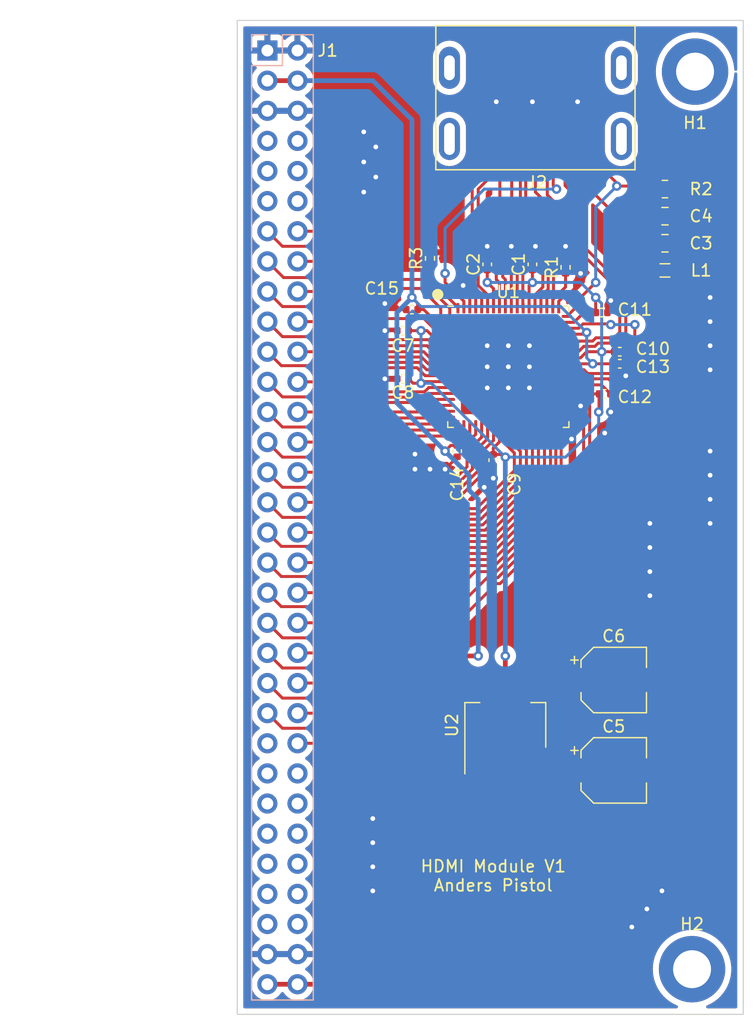
<source format=kicad_pcb>
(kicad_pcb (version 20211014) (generator pcbnew)
  (layers (0 "F.Cu" signal) (31 "B.Cu" signal) (34 "B.Paste" user) (35 "F.Paste" user) (36 "B.SilkS" user "B.Silkscreen") (37 "F.SilkS" user "F.Silkscreen") (38 "B.Mask" user) (39 "F.Mask" user) (44 "Edge.Cuts" user))
  (net 0 "")
  (net 1 "GND")
  (net 2 "R0")
  (net 8 "R1")
  (net 9 "R2")
  (net 10 "R3")
  (net 11 "R4")
  (net 12 "R5")
  (net 13 "R6")
  (net 14 "R7")
  (net 15 "G0")
  (net 16 "G1")
  (net 17 "G2")
  (net 18 "G3")
  (net 19 "G4")
  (net 20 "G5")
  (net 21 "G6")
  (net 22 "G7")
  (net 23 "B0")
  (net 24 "B1")
  (net 25 "B2")
  (net 26 "B3")
  (net 27 "B4")
  (net 28 "B5")
  (net 29 "B6")
  (net 30 "B7")
  (net 31 "HSYNC")
  (net 32 "DE")
  (net 33 "VSYNC")
  (net 34 "/TX0+")
  (net 35 "/TXC+")
  (net 36 "/TX0-")
  (net 37 "/TX1-")
  (net 38 "/TX1+")
  (net 39 "/TX2-")
  (net 40 "/TXC-")
  (net 41 "/TX2+")
  (net 42 "SCL")
  (net 43 "SDA")
  (net 44 "MCLK")
  (net 45 "SCK")
  (net 46 "WS")
  (net 47 "SD0")
  (net 48 "Net-(R1-Pad1)")
  (net 65 "3V3")
  (net 66 "1V2")
  (net 67 "/DSCL")
  (net 68 "/DSDA")
  (net 69 "/HPD")
  (net 70 "5V0")
  (net 71 "INT")
  (net 72 "IDCK")
  (net 74 "VIN")
  (net 75 "CEC_A")
  (net 76 "Net-(R3-Pad1)")
  (footprint "Capacitor_SMD:C_0402_1005Metric" (layer "F.Cu") (at 94.742 66.294 90)
    (fp_text reference "C2")
    (fp_text value "0.1uF")
  )
  (footprint "Capacitor_SMD:C_0402_1005Metric" (layer "F.Cu") (at 104.394 70.358)
    (fp_text reference "C11")
    (fp_text value "0.1uF")
  )
  (footprint "Capacitor_SMD:C_0402_1005Metric" (layer "F.Cu") (at 88.392 70.104 180)
    (fp_text reference "C15")
    (fp_text value "0.1uF")
  )
  (footprint "Resistor_SMD:R_0402_1005Metric" (layer "F.Cu") (at 89.916 65.786 90)
    (fp_text reference "R3")
    (fp_text value "4.7k")
  )
  (footprint "Capacitor_SMD:CP_Elec_5x5.3" (layer "F.Cu") (at 105.41 108.966)
    (fp_text reference "C5")
    (fp_text value "10uF")
  )
  (footprint "Capacitor_SMD:C_0402_1005Metric" (layer "F.Cu") (at 95.25 82.804 -90)
    (fp_text reference "C9")
    (fp_text value "0.1uF")
  )
  (footprint "Capacitor_SMD:C_0402_1005Metric" (layer "F.Cu") (at 87.63 71.882 180)
    (fp_text reference "C7")
    (fp_text value "0.1uF")
  )
  (footprint "Capacitor_SMD:C_0402_1005Metric" (layer "F.Cu") (at 92.202 82.042 -90)
    (fp_text reference "C14")
    (fp_text value "0.1uF")
  )
  (footprint "Capacitor_SMD:C_0402_1005Metric" (layer "F.Cu") (at 105.918 74.676)
    (fp_text reference "C13")
    (fp_text value "0.1uF")
  )
  (footprint "Capacitor_SMD:C_0805_2012Metric_Pad1.18x1.45mm_HandSolder" (layer "F.Cu") (at 109.728 64.516)
    (fp_text reference "C3")
    (fp_text value "0.1uF")
  )
  (footprint "Resistor_SMD:R_0402_1005Metric" (layer "F.Cu") (at 101.346 66.548 90)
    (fp_text reference "R1")
    (fp_text value "4.7k")
  )
  (footprint "Inductor_SMD:L_0805_2012Metric_Pad1.05x1.20mm_HandSolder" (layer "F.Cu") (at 109.728 66.802 180)
    (fp_text reference "L1")
    (fp_text value "L_Small")
  )
  (footprint "Capacitor_SMD:C_0402_1005Metric" (layer "F.Cu") (at 105.918 73.66)
    (fp_text reference "C10")
    (fp_text value "0.1uF")
  )
  (footprint "Capacitor_SMD:CP_Elec_5x5.3" (layer "F.Cu") (at 105.41 101.346)
    (fp_text reference "C6")
    (fp_text value "100uF")
  )
  (footprint "Package_TO_SOT_SMD:SOT-223-3_TabPin2" (layer "F.Cu") (at 96.266 105.156 90)
    (fp_text reference "U2")
    (fp_text value "AZ1117EH-1.2TRG1")
  )
  (footprint "Capacitor_SMD:C_0402_1005Metric" (layer "F.Cu") (at 87.63 75.946 180)
    (fp_text reference "C8")
    (fp_text value "0.1uF")
  )
  (footprint "Package_DFN_QFN:QFN-72-1EP_10x10mm_P0.5mm_EP6x6mm" (layer "F.Cu") (at 96.52 74.93)
    (fp_text reference "U1")
    (fp_text value "SII9022ACNU")
  )
  (footprint "Resistor_SMD:R_0805_2012Metric_Pad1.20x1.40mm_HandSolder" (layer "F.Cu") (at 109.728 59.944)
    (fp_text reference "R2")
    (fp_text value "10k")
  )
  (footprint "Capacitor_SMD:C_0402_1005Metric" (layer "F.Cu") (at 98.552 66.294 90)
    (fp_text reference "C1")
    (fp_text value "0.1uF")
  )
  (footprint "hdmi connector:685119134923" (layer "F.Cu") (at 98.806 56.515 180)
    (fp_text reference "J2")
    (fp_text value "685119134923")
  )
  (footprint "Capacitor_SMD:C_0805_2012Metric_Pad1.18x1.45mm_HandSolder" (layer "F.Cu") (at 109.728 62.23)
    (fp_text reference "C4")
    (fp_text value "100nF")
  )
  (footprint "MountingHole:MountingHole_3.2mm_M3_DIN965_Pad" (layer "F.Cu") (at 112.014 125.73)
    (fp_text reference "H2")
    (fp_text value "MountingHole")
  )
  (footprint "MountingHole:MountingHole_3.2mm_M3_DIN965_Pad" (layer "F.Cu") (at 112.268 50.038)
    (fp_text reference "H1")
    (fp_text value "MountingHole")
  )
  (footprint "Capacitor_SMD:C_0402_1005Metric" (layer "F.Cu") (at 104.648 77.216)
    (fp_text reference "C12")
    (fp_text value "0.1uF")
  )
  (footprint "Connector_PinSocket_2.54mm:PinSocket_2x32_P2.54mm_Vertical" (layer "B.Cu") (at 76.2 48.26 180)
    (fp_text reference "J1")
    (fp_text value "Conn_02x32_Odd_Even")
  )
  (gr_circle (center 90.57 68.834) (end 90.97 68.834) (layer "F.SilkS") (width 0.15) (fill solid))
  (gr_rect (start 73.66 45.72) (end 116.332 129.54) (layer "Edge.Cuts") (width 0.1) (fill none))
  (gr_text "HDMI Module V1\nAnders Pistol" (at 95.25 117.856) (layer "F.SilkS") (effects (font (size 1 1))))
  (segment (start 102.743 76.454) (end 104.37293 76.454) (width 0.25) (layer "F.Cu") (net 1))
  (segment (start 105.156 78.74) (end 105.156 77.244) (width 0.25) (layer "F.Cu") (net 1))
  (segment (start 102.469 76.18) (end 102.743 76.454) (width 0.25) (layer "F.Cu") (net 1))
  (segment (start 106.398 75.664) (end 106.426 75.692) (width 0.25) (layer "F.Cu") (net 1))
  (segment (start 99.77 69.138564) (end 99.77 69.9925) (width 0.25) (layer "F.Cu") (net 1))
  (segment (start 92.71 68.326) (end 92.71 68.072) (width 0.25) (layer "F.Cu") (net 1))
  (segment (start 102.306 52.634) (end 102.362 52.578) (width 0.25) (layer "F.Cu") (net 1))
  (segment (start 101.4575 76.18) (end 102.469 76.18) (width 0.25) (layer "F.Cu") (net 1))
  (segment (start 101.6 68.834) (end 101.346 68.834) (width 0.25) (layer "F.Cu") (net 1))
  (segment (start 96.306 53.38) (end 96.306 56.515) (width 0.25) (layer "F.Cu") (net 1))
  (segment (start 101.854 81.017402) (end 101.854 79.5765) (width 0.25) (layer "F.Cu") (net 1))
  (segment (start 101.4575 77.68) (end 101.4575 78.18) (width 0.25) (layer "F.Cu") (net 1))
  (segment (start 101.346 64.77) (end 101.346 66.231) (width 0.25) (layer "F.Cu") (net 1))
  (segment (start 100.77 69.41) (end 100.77 69.9925) (width 0.25) (layer "F.Cu") (net 1))
  (segment (start 102.616 67.818) (end 101.6 68.834) (width 0.25) (layer "F.Cu") (net 1))
  (segment (start 95.25 84.328) (end 95.25 83.284) (width 0.25) (layer "F.Cu") (net 1))
  (segment (start 94.806 53.276) (end 94.806 56.515) (width 0.25) (layer "F.Cu") (net 1))
  (segment (start 102.306 56.515) (end 102.306 52.634) (width 0.25) (layer "F.Cu") (net 1))
  (segment (start 95.504 52.578) (end 94.806 53.276) (width 0.25) (layer "F.Cu") (net 1))
  (segment (start 102.564 78.18) (end 102.616 78.232) (width 0.25) (layer "F.Cu") (net 1))
  (segment (start 86.106 71.882) (end 87.15 71.882) (width 0.25) (layer "F.Cu") (net 1))
  (segment (start 99.306 53.332) (end 99.306 56.515) (width 0.25) (layer "F.Cu") (net 1))
  (segment (start 106.398 74.676) (end 106.398 75.664) (width 0.25) (layer "F.Cu") (net 1))
  (segment (start 100.33 65.786) (end 100.33 68.578564) (width 0.25) (layer "F.Cu") (net 1))
  (segment (start 93.77 69.9925) (end 93.77 69.132) (width 0.25) (layer "F.Cu") (net 1))
  (segment (start 91.186 83.566) (end 92.202 82.55) (width 0.25) (layer "F.Cu") (net 1))
  (segment (start 101.854 79.5765) (end 101.4575 79.18) (width 0.25) (layer "F.Cu") (net 1))
  (segment (start 94.742 64.77) (end 94.742 65.814) (width 0.25) (layer "F.Cu") (net 1))
  (segment (start 105.156 69.342) (end 105.156 70.076) (width 0.4) (layer "F.Cu") (net 1))
  (segment (start 86.106 69.596) (end 86.36 69.85) (width 0.25) (layer "F.Cu") (net 1))
  (segment (start 101.4575 78.18) (end 102.564 78.18) (width 0.25) (layer "F.Cu") (net 1))
  (segment (start 105.156 77.244) (end 105.128 77.216) (width 0.25) (layer "F.Cu") (net 1))
  (segment (start 87.122 69.85) (end 87.376 70.104) (width 0.25) (layer "F.Cu") (net 1))
  (segment (start 95.504 52.578) (end 96.306 53.38) (width 0.25) (layer "F.Cu") (net 1))
  (segment (start 101.346 64.77) (end 100.33 65.786) (width 0.25) (layer "F.Cu") (net 1))
  (segment (start 105.156 70.076) (end 104.874 70.358) (width 0.4) (layer "F.Cu") (net 1))
  (segment (start 96.774 64.77) (end 96.77 64.774) (width 0.25) (layer "F.Cu") (net 1))
  (segment (start 86.106 75.946) (end 87.15 75.946) (width 0.25) (layer "F.Cu") (net 1))
  (segment (start 101.849701 81.021701) (end 101.854 81.017402) (width 0.25) (layer "F.Cu") (net 1))
  (segment (start 101.346 68.834) (end 100.77 69.41) (width 0.25) (layer "F.Cu") (net 1))
  (segment (start 100.33 68.578564) (end 99.77 69.138564) (width 0.25) (layer "F.Cu") (net 1))
  (segment (start 92.202 82.55) (end 92.202 82.522) (width 0.25) (layer "F.Cu") (net 1))
  (segment (start 105.128 77.20907) (end 105.128 77.216) (width 0.25) (layer "F.Cu") (net 1))
  (segment (start 96.77 64.774) (end 96.77 69.9925) (width 0.25) (layer "F.Cu") (net 1))
  (segment (start 104.37293 76.454) (end 105.128 77.20907) (width 0.25) (layer "F.Cu") (net 1))
  (segment (start 98.552 52.578) (end 99.306 53.332) (width 0.25) (layer "F.Cu") (net 1))
  (segment (start 93.27 69.9925) (end 93.27 68.886) (width 0.25) (layer "F.Cu") (net 1))
  (segment (start 86.36 69.85) (end 87.122 69.85) (width 0.25) (layer "F.Cu") (net 1))
  (segment (start 98.806 64.769999) (end 98.552 65.023999) (width 0.25) (layer "F.Cu") (net 1))
  (segment (start 97.806 53.324) (end 97.806 56.515) (width 0.25) (layer "F.Cu") (net 1))
  (segment (start 93.27 68.886) (end 92.71 68.326) (width 0.25) (layer "F.Cu") (net 1))
  (segment (start 102.616 67.056) (end 102.616 67.818) (width 0.25) (layer "F.Cu") (net 1))
  (segment (start 98.552 65.023999) (end 98.552 65.814) (width 0.25) (layer "F.Cu") (net 1))
  (segment (start 98.552 52.578) (end 97.806 53.324) (width 0.25) (layer "F.Cu") (net 1))
  (segment (start 87.376 70.104) (end 87.912 70.104) (width 0.25) (layer "F.Cu") (net 1))
  (segment (start 93.77 69.132) (end 92.71 68.072) (width 0.25) (layer "F.Cu") (net 1))
  (via (at 85.09 115.062) (size 0.8) (drill 0.4) (layers "F.Cu" "B.Cu") (net 1))
  (via (at 101.346 64.77) (size 0.8) (drill 0.4) (layers "F.Cu" "B.Cu") (net 1))
  (via (at 98.552 52.578) (size 0.8) (drill 0.4) (layers "F.Cu" "B.Cu") (net 1))
  (via (at 113.538 73.152) (size 0.8) (drill 0.4) (layers "F.Cu" "B.Cu") (net 1))
  (via (at 89.916 83.566) (size 0.8) (drill 0.4) (layers "F.Cu" "B.Cu") (net 1))
  (via (at 94.742 76.708) (size 0.8) (drill 0.4) (layers "F.Cu" "B.Cu") (net 1))
  (via (at 113.538 88.138) (size 0.8) (drill 0.4) (layers "F.Cu" "B.Cu") (net 1))
  (via (at 94.488 85.09) (size 0.8) (drill 0.4) (layers "F.Cu" "B.Cu") (net 1))
  (via (at 108.204 120.65) (size 0.8) (drill 0.4) (layers "F.Cu" "B.Cu") (net 1))
  (via (at 98.298 73.152) (size 0.8) (drill 0.4) (layers "F.Cu" "B.Cu") (net 1))
  (via (at 105.156 78.74) (size 0.8) (drill 0.4) (layers "F.Cu" "B.Cu") (net 1))
  (via (at 94.742 73.152) (size 0.8) (drill 0.4) (layers "F.Cu" "B.Cu") (net 1))
  (via (at 84.328 60.198) (size 0.8) (drill 0.4) (layers "F.Cu" "B.Cu") (net 1))
  (via (at 106.426 75.692) (size 0.8) (drill 0.4) (layers "F.Cu" "B.Cu") (net 1))
  (via (at 102.616 78.232) (size 0.8) (drill 0.4) (layers "F.Cu" "B.Cu") (net 1))
  (via (at 106.934 122.174) (size 0.8) (drill 0.4) (layers "F.Cu" "B.Cu") (net 1))
  (via (at 85.344 58.928) (size 0.8) (drill 0.4) (layers "F.Cu" "B.Cu") (net 1))
  (via (at 98.806 64.769999) (size 0.8) (drill 0.4) (layers "F.Cu" "B.Cu") (net 1))
  (via (at 95.504 52.578) (size 0.8) (drill 0.4) (layers "F.Cu" "B.Cu") (net 1))
  (via (at 113.538 69.088) (size 0.8) (drill 0.4) (layers "F.Cu" "B.Cu") (net 1))
  (via (at 102.362 52.578) (size 0.8) (drill 0.4) (layers "F.Cu" "B.Cu") (net 1))
  (via (at 102.616 67.056) (size 0.8) (drill 0.4) (layers "F.Cu" "B.Cu") (net 1))
  (via (at 94.742 74.93) (size 0.8) (drill 0.4) (layers "F.Cu" "B.Cu") (net 1))
  (via (at 85.09 119.126) (size 0.8) (drill 0.4) (layers "F.Cu" "B.Cu") (net 1))
  (via (at 113.538 84.074) (size 0.8) (drill 0.4) (layers "F.Cu" "B.Cu") (net 1))
  (via (at 113.538 86.106) (size 0.8) (drill 0.4) (layers "F.Cu" "B.Cu") (net 1))
  (via (at 85.09 117.094) (size 0.8) (drill 0.4) (layers "F.Cu" "B.Cu") (net 1))
  (via (at 108.458 94.234) (size 0.8) (drill 0.4) (layers "F.Cu" "B.Cu") (net 1))
  (via (at 88.646 82.296) (size 0.8) (drill 0.4) (layers "F.Cu" "B.Cu") (net 1))
  (via (at 86.106 75.946) (size 0.8) (drill 0.4) (layers "F.Cu" "B.Cu") (net 1))
  (via (at 101.849701 81.021701) (size 0.8) (drill 0.4) (layers "F.Cu" "B.Cu") (net 1))
  (via (at 96.52 76.708) (size 0.8) (drill 0.4) (layers "F.Cu" "B.Cu") (net 1))
  (via (at 85.344 56.388) (size 0.8) (drill 0.4) (layers "F.Cu" "B.Cu") (net 1))
  (via (at 104.648 80.518) (size 0.8) (drill 0.4) (layers "F.Cu" "B.Cu") (net 1))
  (via (at 94.742 64.77) (size 0.8) (drill 0.4) (layers "F.Cu" "B.Cu") (net 1))
  (via (at 86.106 71.882) (size 0.8) (drill 0.4) (layers "F.Cu" "B.Cu") (net 1))
  (via (at 113.538 75.184) (size 0.8) (drill 0.4) (layers "F.Cu" "B.Cu") (net 1))
  (via (at 109.474 119.126) (size 0.8) (drill 0.4) (layers "F.Cu" "B.Cu") (net 1))
  (via (at 113.538 71.12) (size 0.8) (drill 0.4) (layers "F.Cu" "B.Cu") (net 1))
  (via (at 98.298 74.93) (size 0.8) (drill 0.4) (layers "F.Cu" "B.Cu") (net 1))
  (via (at 108.458 90.17) (size 0.8) (drill 0.4) (layers "F.Cu" "B.Cu") (net 1))
  (via (at 96.774 64.77) (size 0.8) (drill 0.4) (layers "F.Cu" "B.Cu") (net 1))
  (via (at 92.71 68.072) (size 0.8) (drill 0.4) (layers "F.Cu" "B.Cu") (net 1))
  (via (at 84.328 55.118) (size 0.8) (drill 0.4) (layers "F.Cu" "B.Cu") (net 1))
  (via (at 95.25 84.328) (size 0.8) (drill 0.4) (layers "F.Cu" "B.Cu") (net 1))
  (via (at 84.328 57.658) (size 0.8) (drill 0.4) (layers "F.Cu" "B.Cu") (net 1))
  (via (at 105.156 69.342) (size 0.8) (drill 0.4) (layers "F.Cu" "B.Cu") (net 1))
  (via (at 108.458 92.202) (size 0.8) (drill 0.4) (layers "F.Cu" "B.Cu") (net 1))
  (via (at 113.538 82.042) (size 0.8) (drill 0.4) (layers "F.Cu" "B.Cu") (net 1))
  (via (at 88.646 83.566) (size 0.8) (drill 0.4) (layers "F.Cu" "B.Cu") (net 1))
  (via (at 85.09 113.03) (size 0.8) (drill 0.4) (layers "F.Cu" "B.Cu") (net 1))
  (via (at 96.52 74.93) (size 0.8) (drill 0.4) (layers "F.Cu" "B.Cu") (net 1))
  (via (at 96.52 73.152) (size 0.8) (drill 0.4) (layers "F.Cu" "B.Cu") (net 1))
  (via (at 108.458 88.138) (size 0.8) (drill 0.4) (layers "F.Cu" "B.Cu") (net 1))
  (via (at 91.186 83.566) (size 0.8) (drill 0.4) (layers "F.Cu" "B.Cu") (net 1))
  (via (at 86.106 69.596) (size 0.8) (drill 0.4) (layers "F.Cu" "B.Cu") (net 1))
  (via (at 98.298 76.708) (size 0.8) (drill 0.4) (layers "F.Cu" "B.Cu") (net 1))
  (segment (start 99.568 84.329435) (end 94.733395 89.16404) (width 0.25) (layer "F.Cu") (net 2))
  (segment (start 88.63596 89.16404) (end 81.28 96.52) (width 0.25) (layer "F.Cu") (net 2))
  (segment (start 98.77 79.8675) (end 98.77 80.759482) (width 0.25) (layer "F.Cu") (net 2))
  (segment (start 94.733395 89.16404) (end 88.63596 89.16404) (width 0.25) (layer "F.Cu") (net 2))
  (segment (start 99.568 81.557482) (end 99.568 84.329435) (width 0.25) (layer "F.Cu") (net 2))
  (segment (start 98.77 80.759482) (end 99.568 81.557482) (width 0.25) (layer "F.Cu") (net 2))
  (segment (start 81.28 96.52) (end 78.74 96.52) (width 0.25) (layer "F.Cu") (net 2))
  (segment (start 99.06 84.201717) (end 94.547197 88.71452) (width 0.25) (layer "F.Cu") (net 8))
  (segment (start 98.27 80.8952) (end 99.06 81.6852) (width 0.25) (layer "F.Cu") (net 8))
  (segment (start 87.81548 88.71452) (end 81.375489 95.154511) (width 0.25) (layer "F.Cu") (net 8))
  (segment (start 99.06 81.6852) (end 99.06 84.201717) (width 0.25) (layer "F.Cu") (net 8))
  (segment (start 81.375489 95.154511) (end 77.374511 95.154511) (width 0.25) (layer "F.Cu") (net 8))
  (segment (start 77.374511 95.154511) (end 76.2 93.98) (width 0.25) (layer "F.Cu") (net 8))
  (segment (start 98.27 79.8675) (end 98.27 80.8952) (width 0.25) (layer "F.Cu") (net 8))
  (segment (start 94.547197 88.71452) (end 87.81548 88.71452) (width 0.25) (layer "F.Cu") (net 8))
  (segment (start 86.995 88.265) (end 81.28 93.98) (width 0.25) (layer "F.Cu") (net 9))
  (segment (start 81.28 93.98) (end 78.74 93.98) (width 0.25) (layer "F.Cu") (net 9))
  (segment (start 97.77 79.8675) (end 97.77 81.030918) (width 0.25) (layer "F.Cu") (net 9))
  (segment (start 94.361 88.265) (end 86.995 88.265) (width 0.25) (layer "F.Cu") (net 9))
  (segment (start 98.552 84.074) (end 94.361 88.265) (width 0.25) (layer "F.Cu") (net 9))
  (segment (start 97.77 81.030918) (end 98.552 81.812918) (width 0.25) (layer "F.Cu") (net 9))
  (segment (start 98.552 81.812918) (end 98.552 84.074) (width 0.25) (layer "F.Cu") (net 9))
  (segment (start 77.374511 92.614511) (end 76.2 91.44) (width 0.25) (layer "F.Cu") (net 10))
  (segment (start 81.375489 92.614511) (end 77.374511 92.614511) (width 0.25) (layer "F.Cu") (net 10))
  (segment (start 98.044 83.944128) (end 94.201008 87.78712) (width 0.25) (layer "F.Cu") (net 10))
  (segment (start 97.27 79.8675) (end 97.27 81.166636) (width 0.25) (layer "F.Cu") (net 10))
  (segment (start 97.27 81.166636) (end 98.044 81.940636) (width 0.25) (layer "F.Cu") (net 10))
  (segment (start 98.044 81.940636) (end 98.044 83.944128) (width 0.25) (layer "F.Cu") (net 10))
  (segment (start 86.20288 87.78712) (end 81.375489 92.614511) (width 0.25) (layer "F.Cu") (net 10))
  (segment (start 94.201008 87.78712) (end 86.20288 87.78712) (width 0.25) (layer "F.Cu") (net 10))
  (segment (start 78.74 91.44) (end 81.28 91.44) (width 0.25) (layer "F.Cu") (net 11))
  (segment (start 97.536 82.068354) (end 96.77 81.302354) (width 0.25) (layer "F.Cu") (net 11))
  (segment (start 85.3824 87.3376) (end 94.01481 87.3376) (width 0.25) (layer "F.Cu") (net 11))
  (segment (start 81.28 91.44) (end 85.3824 87.3376) (width 0.25) (layer "F.Cu") (net 11))
  (segment (start 94.01481 87.3376) (end 97.536 83.81641) (width 0.25) (layer "F.Cu") (net 11))
  (segment (start 97.536 83.81641) (end 97.536 82.068354) (width 0.25) (layer "F.Cu") (net 11))
  (segment (start 96.77 81.302354) (end 96.77 79.8675) (width 0.25) (layer "F.Cu") (net 11))
  (segment (start 77.374511 90.074511) (end 76.2 88.9) (width 0.25) (layer "F.Cu") (net 12))
  (segment (start 93.828612 86.88808) (end 84.56192 86.88808) (width 0.25) (layer "F.Cu") (net 12))
  (segment (start 96.27 81.438072) (end 97.028 82.196072) (width 0.25) (layer "F.Cu") (net 12))
  (segment (start 84.56192 86.88808) (end 81.375489 90.074511) (width 0.25) (layer "F.Cu") (net 12))
  (segment (start 81.375489 90.074511) (end 77.374511 90.074511) (width 0.25) (layer "F.Cu") (net 12))
  (segment (start 96.27 79.8675) (end 96.27 81.438072) (width 0.25) (layer "F.Cu") (net 12))
  (segment (start 97.028 82.196072) (end 97.028 83.688692) (width 0.25) (layer "F.Cu") (net 12))
  (segment (start 97.028 83.688692) (end 93.828612 86.88808) (width 0.25) (layer "F.Cu") (net 12))
  (segment (start 94.488 83.821435) (end 91.870875 86.43856) (width 0.25) (layer "F.Cu") (net 13))
  (segment (start 91.870875 86.43856) (end 83.74144 86.43856) (width 0.25) (layer "F.Cu") (net 13))
  (segment (start 95.27 81.132282) (end 94.488 81.914282) (width 0.25) (layer "F.Cu") (net 13))
  (segment (start 81.28 88.9) (end 78.74 88.9) (width 0.25) (layer "F.Cu") (net 13))
  (segment (start 95.27 79.8675) (end 95.27 81.132282) (width 0.25) (layer "F.Cu") (net 13))
  (segment (start 94.488 81.914282) (end 94.488 83.821435) (width 0.25) (layer "F.Cu") (net 13))
  (segment (start 83.74144 86.43856) (end 81.28 88.9) (width 0.25) (layer "F.Cu") (net 13))
  (segment (start 81.28 87.63) (end 77.47 87.63) (width 0.25) (layer "F.Cu") (net 14))
  (segment (start 94.77 79.8675) (end 94.77 80.996564) (width 0.25) (layer "F.Cu") (net 14))
  (segment (start 94.77 80.996564) (end 93.98 81.786564) (width 0.25) (layer "F.Cu") (net 14))
  (segment (start 82.92096 85.98904) (end 81.28 87.63) (width 0.25) (layer "F.Cu") (net 14))
  (segment (start 93.98 81.786564) (end 93.98 83.693718) (width 0.25) (layer "F.Cu") (net 14))
  (segment (start 93.98 83.693718) (end 91.684678 85.98904) (width 0.25) (layer "F.Cu") (net 14))
  (segment (start 77.47 87.63) (end 76.2 86.36) (width 0.25) (layer "F.Cu") (net 14))
  (segment (start 91.684678 85.98904) (end 82.92096 85.98904) (width 0.25) (layer "F.Cu") (net 14))
  (segment (start 93.488402 83.549598) (end 91.49848 85.53952) (width 0.25) (layer "F.Cu") (net 15))
  (segment (start 94.27 79.8675) (end 94.27 80.860846) (width 0.25) (layer "F.Cu") (net 15))
  (segment (start 93.488402 81.642444) (end 93.488402 83.549598) (width 0.25) (layer "F.Cu") (net 15))
  (segment (start 81.84648 85.53952) (end 81.026 86.36) (width 0.25) (layer "F.Cu") (net 15))
  (segment (start 91.49848 85.53952) (end 81.84648 85.53952) (width 0.25) (layer "F.Cu") (net 15))
  (segment (start 81.026 86.36) (end 78.74 86.36) (width 0.25) (layer "F.Cu") (net 15))
  (segment (start 94.27 80.860846) (end 93.488402 81.642444) (width 0.25) (layer "F.Cu") (net 15))
  (segment (start 92.77 79.8675) (end 92.77 80.352328) (width 0.25) (layer "F.Cu") (net 16))
  (segment (start 92.77 80.352328) (end 92.350328 80.772) (width 0.25) (layer "F.Cu") (net 16))
  (segment (start 92.350328 80.772) (end 84.011577 80.772) (width 0.25) (layer "F.Cu") (net 16))
  (segment (start 84.011577 80.772) (end 80.963577 83.82) (width 0.25) (layer "F.Cu") (net 16))
  (segment (start 80.963577 83.82) (end 78.74 83.82) (width 0.25) (layer "F.Cu") (net 16))
  (segment (start 92.27 79.8675) (end 91.8735 80.264) (width 0.25) (layer "F.Cu") (net 17))
  (segment (start 91.8735 80.264) (end 83.312 80.264) (width 0.25) (layer "F.Cu") (net 17))
  (segment (start 83.312 80.264) (end 81.026 82.55) (width 0.25) (layer "F.Cu") (net 17))
  (segment (start 77.47 82.55) (end 76.2 81.28) (width 0.25) (layer "F.Cu") (net 17))
  (segment (start 81.026 82.55) (end 77.47 82.55) (width 0.25) (layer "F.Cu") (net 17))
  (segment (start 81.026 81.28) (end 78.74 81.28) (width 0.25) (layer "F.Cu") (net 18))
  (segment (start 90.746 79.18) (end 90.17 79.756) (width 0.25) (layer "F.Cu") (net 18))
  (segment (start 90.17 79.756) (end 82.55 79.756) (width 0.25) (layer "F.Cu") (net 18))
  (segment (start 91.5825 79.18) (end 90.746 79.18) (width 0.25) (layer "F.Cu") (net 18))
  (segment (start 82.55 79.756) (end 81.026 81.28) (width 0.25) (layer "F.Cu") (net 18))
  (segment (start 91.5825 78.68) (end 90.610282 78.68) (width 0.25) (layer "F.Cu") (net 19))
  (segment (start 90.610282 78.68) (end 90.042282 79.248) (width 0.25) (layer "F.Cu") (net 19))
  (segment (start 90.042282 79.248) (end 81.788 79.248) (width 0.25) (layer "F.Cu") (net 19))
  (segment (start 81.026 80.01) (end 77.47 80.01) (width 0.25) (layer "F.Cu") (net 19))
  (segment (start 77.47 80.01) (end 76.2 78.74) (width 0.25) (layer "F.Cu") (net 19))
  (segment (start 81.788 79.248) (end 81.026 80.01) (width 0.25) (layer "F.Cu") (net 19))
  (segment (start 89.914564 78.74) (end 78.74 78.74) (width 0.25) (layer "F.Cu") (net 20))
  (segment (start 90.474564 78.18) (end 89.914564 78.74) (width 0.25) (layer "F.Cu") (net 20))
  (segment (start 91.5825 78.18) (end 90.474564 78.18) (width 0.25) (layer "F.Cu") (net 20))
  (segment (start 91.5825 77.68) (end 90.214 77.68) (width 0.25) (layer "F.Cu") (net 21))
  (segment (start 82.767098 77.941098) (end 82.296 77.47) (width 0.25) (layer "F.Cu") (net 21))
  (segment (start 89.952902 77.941098) (end 82.767098 77.941098) (width 0.25) (layer "F.Cu") (net 21))
  (segment (start 90.214 77.68) (end 89.952902 77.941098) (width 0.25) (layer "F.Cu") (net 21))
  (segment (start 77.47 77.47) (end 76.2 76.2) (width 0.25) (layer "F.Cu") (net 21))
  (segment (start 82.296 77.47) (end 77.47 77.47) (width 0.25) (layer "F.Cu") (net 21))
  (segment (start 89.952016 77.18) (end 91.5825 77.18) (width 0.25) (layer "F.Cu") (net 22))
  (segment (start 89.640438 77.491578) (end 89.952016 77.18) (width 0.25) (layer "F.Cu") (net 22))
  (segment (start 83.841578 77.491578) (end 89.640438 77.491578) (width 0.25) (layer "F.Cu") (net 22))
  (segment (start 82.55 76.2) (end 83.841578 77.491578) (width 0.25) (layer "F.Cu") (net 22))
  (segment (start 78.74 76.2) (end 82.55 76.2) (width 0.25) (layer "F.Cu") (net 22))
  (segment (start 89.816298 76.68) (end 91.5825 76.68) (width 0.25) (layer "F.Cu") (net 23))
  (segment (start 77.374511 74.834511) (end 80.930511 74.834511) (width 0.25) (layer "F.Cu") (net 23))
  (segment (start 89.45424 77.042058) (end 89.816298 76.68) (width 0.25) (layer "F.Cu") (net 23))
  (segment (start 84.911751 77.042058) (end 89.45424 77.042058) (width 0.25) (layer "F.Cu") (net 23))
  (segment (start 80.930511 74.834511) (end 81.55408 75.45808) (width 0.25) (layer "F.Cu") (net 23))
  (segment (start 81.55408 75.45808) (end 83.327773 75.45808) (width 0.25) (layer "F.Cu") (net 23))
  (segment (start 76.2 73.66) (end 77.374511 74.834511) (width 0.25) (layer "F.Cu") (net 23))
  (segment (start 83.327773 75.45808) (end 84.911751 77.042058) (width 0.25) (layer "F.Cu") (net 23))
  (segment (start 89.498281 75.68) (end 88.826841 75.00856) (width 0.25) (layer "F.Cu") (net 24))
  (segment (start 88.826841 75.00856) (end 82.37456 75.00856) (width 0.25) (layer "F.Cu") (net 24))
  (segment (start 82.37456 75.00856) (end 81.026 73.66) (width 0.25) (layer "F.Cu") (net 24))
  (segment (start 81.026 73.66) (end 78.74 73.66) (width 0.25) (layer "F.Cu") (net 24))
  (segment (start 91.5825 75.68) (end 89.498281 75.68) (width 0.25) (layer "F.Cu") (net 24))
  (segment (start 89.013039 74.55904) (end 83.131899 74.55904) (width 0.25) (layer "F.Cu") (net 25))
  (segment (start 91.5825 75.18) (end 89.633999 75.18) (width 0.25) (layer "F.Cu") (net 25))
  (segment (start 83.131899 74.55904) (end 80.962859 72.39) (width 0.25) (layer "F.Cu") (net 25))
  (segment (start 77.47 72.39) (end 76.2 71.12) (width 0.25) (layer "F.Cu") (net 25))
  (segment (start 89.633999 75.18) (end 89.013039 74.55904) (width 0.25) (layer "F.Cu") (net 25))
  (segment (start 80.962859 72.39) (end 77.47 72.39) (width 0.25) (layer "F.Cu") (net 25))
  (segment (start 84.016956 74.10952) (end 81.027436 71.12) (width 0.25) (layer "F.Cu") (net 26))
  (segment (start 81.027436 71.12) (end 78.74 71.12) (width 0.25) (layer "F.Cu") (net 26))
  (segment (start 89.769717 74.68) (end 89.199237 74.10952) (width 0.25) (layer "F.Cu") (net 26))
  (segment (start 89.199237 74.10952) (end 84.016956 74.10952) (width 0.25) (layer "F.Cu") (net 26))
  (segment (start 91.5825 74.68) (end 89.769717 74.68) (width 0.25) (layer "F.Cu") (net 26))
  (segment (start 89.385435 73.66) (end 84.582 73.66) (width 0.25) (layer "F.Cu") (net 27))
  (segment (start 91.5825 74.18) (end 89.905435 74.18) (width 0.25) (layer "F.Cu") (net 27))
  (segment (start 77.47 69.85) (end 76.2 68.58) (width 0.25) (layer "F.Cu") (net 27))
  (segment (start 80.772 69.85) (end 77.47 69.85) (width 0.25) (layer "F.Cu") (net 27))
  (segment (start 84.582 73.66) (end 80.772 69.85) (width 0.25) (layer "F.Cu") (net 27))
  (segment (start 89.905435 74.18) (end 89.385435 73.66) (width 0.25) (layer "F.Cu") (net 27))
  (segment (start 91.5825 73.68) (end 90.188564 73.68) (width 0.25) (layer "F.Cu") (net 28))
  (segment (start 84.963 73.152) (end 80.391 68.58) (width 0.25) (layer "F.Cu") (net 28))
  (segment (start 89.660564 73.152) (end 84.963 73.152) (width 0.25) (layer "F.Cu") (net 28))
  (segment (start 80.391 68.58) (end 78.74 68.58) (width 0.25) (layer "F.Cu") (net 28))
  (segment (start 90.188564 73.68) (end 89.660564 73.152) (width 0.25) (layer "F.Cu") (net 28))
  (segment (start 76.2 66.04) (end 77.565489 67.405489) (width 0.25) (layer "F.Cu") (net 29))
  (segment (start 89.788282 72.644) (end 90.324282 73.18) (width 0.25) (layer "F.Cu") (net 29))
  (segment (start 90.324282 73.18) (end 91.5825 73.18) (width 0.25) (layer "F.Cu") (net 29))
  (segment (start 85.598359 72.644) (end 89.788282 72.644) (width 0.25) (layer "F.Cu") (net 29))
  (segment (start 80.359848 67.405489) (end 85.598359 72.644) (width 0.25) (layer "F.Cu") (net 29))
  (segment (start 77.565489 67.405489) (end 80.359848 67.405489) (width 0.25) (layer "F.Cu") (net 29))
  (segment (start 89.408 70.866) (end 85.09 70.866) (width 0.25) (layer "F.Cu") (net 30))
  (segment (start 90.722 72.18) (end 89.408 70.866) (width 0.25) (layer "F.Cu") (net 30))
  (segment (start 91.5825 72.18) (end 90.722 72.18) (width 0.25) (layer "F.Cu") (net 30))
  (segment (start 80.264 66.04) (end 78.74 66.04) (width 0.25) (layer "F.Cu") (net 30))
  (segment (start 85.09 70.866) (end 80.264 66.04) (width 0.25) (layer "F.Cu") (net 30))
  (segment (start 81.534 99.06) (end 78.74 99.06) (width 0.25) (layer "F.Cu") (net 31))
  (segment (start 100.52552 81.243567) (end 100.52552 84.643351) (width 0.25) (layer "F.Cu") (net 31))
  (segment (start 99.77 80.488046) (end 100.52552 81.243567) (width 0.25) (layer "F.Cu") (net 31))
  (segment (start 90.424 90.17) (end 81.534 99.06) (width 0.25) (layer "F.Cu") (net 31))
  (segment (start 94.998871 90.17) (end 90.424 90.17) (width 0.25) (layer "F.Cu") (net 31))
  (segment (start 100.52552 84.643351) (end 94.998871 90.17) (width 0.25) (layer "F.Cu") (net 31))
  (segment (start 99.77 79.8675) (end 99.77 80.488046) (width 0.25) (layer "F.Cu") (net 31))
  (segment (start 89.535 89.662) (end 81.407 97.79) (width 0.25) (layer "F.Cu") (net 32))
  (segment (start 81.407 97.79) (end 77.47 97.79) (width 0.25) (layer "F.Cu") (net 32))
  (segment (start 99.27 79.8675) (end 99.27 80.623764) (width 0.25) (layer "F.Cu") (net 32))
  (segment (start 99.27 80.623764) (end 100.076 81.429764) (width 0.25) (layer "F.Cu") (net 32))
  (segment (start 100.076 81.429764) (end 100.076 84.457153) (width 0.25) (layer "F.Cu") (net 32))
  (segment (start 94.871153 89.662) (end 89.535 89.662) (width 0.25) (layer "F.Cu") (net 32))
  (segment (start 100.076 84.457153) (end 94.871153 89.662) (width 0.25) (layer "F.Cu") (net 32))
  (segment (start 77.47 97.79) (end 76.2 96.52) (width 0.25) (layer "F.Cu") (net 32))
  (segment (start 100.27 79.8675) (end 100.27 80.352328) (width 0.25) (layer "F.Cu") (net 33))
  (segment (start 81.534 100.33) (end 77.47 100.33) (width 0.25) (layer "F.Cu") (net 33))
  (segment (start 100.97504 81.05737) (end 100.97504 84.829549) (width 0.25) (layer "F.Cu") (net 33))
  (segment (start 91.186 90.678) (end 81.534 100.33) (width 0.25) (layer "F.Cu") (net 33))
  (segment (start 100.97504 84.829549) (end 95.126589 90.678) (width 0.25) (layer "F.Cu") (net 33))
  (segment (start 95.126589 90.678) (end 91.186 90.678) (width 0.25) (layer "F.Cu") (net 33))
  (segment (start 100.27 80.352328) (end 100.97504 81.05737) (width 0.25) (layer "F.Cu") (net 33))
  (segment (start 77.47 100.33) (end 76.2 99.06) (width 0.25) (layer "F.Cu") (net 33))
  (segment (start 97.27 69.9925) (end 97.27 65.298614) (width 0.25) (layer "F.Cu") (net 34))
  (segment (start 97.306 58.952) (end 97.306 56.515) (width 0.25) (layer "F.Cu") (net 34))
  (segment (start 97.536 59.182) (end 97.306 58.952) (width 0.25) (layer "F.Cu") (net 34))
  (segment (start 97.27 65.298614) (end 97.536 65.032614) (width 0.25) (layer "F.Cu") (net 34))
  (segment (start 97.536 65.032614) (end 97.536 59.182) (width 0.25) (layer "F.Cu") (net 34))
  (segment (start 99.822 61.214) (end 99.822 65.022565) (width 0.25) (layer "F.Cu") (net 35))
  (segment (start 98.77 68.867129) (end 98.77 69.9925) (width 0.25) (layer "F.Cu") (net 35))
  (segment (start 98.806 60.198) (end 99.822 61.214) (width 0.25) (layer "F.Cu") (net 35))
  (segment (start 99.822 65.022565) (end 99.430961 65.413604) (width 0.25) (layer "F.Cu") (net 35))
  (segment (start 99.43096 68.206169) (end 98.77 68.867129) (width 0.25) (layer "F.Cu") (net 35))
  (segment (start 99.430961 65.413604) (end 99.43096 68.206169) (width 0.25) (layer "F.Cu") (net 35))
  (segment (start 98.806 56.515) (end 98.806 60.198) (width 0.25) (layer "F.Cu") (net 35))
  (segment (start 97.77 69.9925) (end 97.745001 69.967501) (width 0.25) (layer "F.Cu") (net 36))
  (segment (start 97.98552 58.995803) (end 98.306 58.675323) (width 0.25) (layer "F.Cu") (net 36))
  (segment (start 98.306 58.675323) (end 98.306 56.515) (width 0.25) (layer "F.Cu") (net 36))
  (segment (start 97.745001 69.967501) (end 97.745001 65.459331) (width 0.25) (layer "F.Cu") (net 36))
  (segment (start 97.745001 65.459331) (end 97.98552 65.218812) (width 0.25) (layer "F.Cu") (net 36))
  (segment (start 97.98552 65.218812) (end 97.98552 58.995803) (width 0.25) (layer "F.Cu") (net 36))
  (segment (start 96.806 60.928) (end 96.806 56.515) (width 0.25) (layer "F.Cu") (net 37))
  (segment (start 96.049489 67.351796) (end 96.049489 61.684511) (width 0.25) (layer "F.Cu") (net 37))
  (segment (start 96.049489 61.684511) (end 96.806 60.928) (width 0.25) (layer "F.Cu") (net 37))
  (segment (start 96.27 69.9925) (end 96.27 67.572307) (width 0.25) (layer "F.Cu") (net 37))
  (segment (start 96.27 67.572307) (end 96.049489 67.351796) (width 0.25) (layer "F.Cu") (net 37))
  (segment (start 95.77 67.83) (end 95.504 67.564) (width 0.25) (layer "F.Cu") (net 38))
  (segment (start 95.77 69.9925) (end 95.77 67.83) (width 0.25) (layer "F.Cu") (net 38))
  (segment (start 95.504 60.96) (end 95.806 60.658) (width 0.25) (layer "F.Cu") (net 38))
  (segment (start 95.504 67.564) (end 95.504 60.96) (width 0.25) (layer "F.Cu") (net 38))
  (segment (start 95.806 60.658) (end 95.806 56.515) (width 0.25) (layer "F.Cu") (net 38))
  (segment (start 94.77 68.860564) (end 93.98 68.070564) (width 0.25) (layer "F.Cu") (net 39))
  (segment (start 95.306 58.621001) (end 95.306 56.515) (width 0.25) (layer "F.Cu") (net 39))
  (segment (start 93.98 59.947001) (end 95.306 58.621001) (width 0.25) (layer "F.Cu") (net 39))
  (segment (start 94.77 69.9925) (end 94.77 68.860564) (width 0.25) (layer "F.Cu") (net 39))
  (segment (start 93.98 68.070564) (end 93.98 59.947001) (width 0.25) (layer "F.Cu") (net 39))
  (segment (start 99.88048 68.392367) (end 99.27 69.002847) (width 0.25) (layer "F.Cu") (net 40))
  (segment (start 99.806 56.515) (end 99.806 60.436) (width 0.25) (layer "F.Cu") (net 40))
  (segment (start 99.806 60.436) (end 100.27152 60.90152) (width 0.25) (layer "F.Cu") (net 40))
  (segment (start 100.27152 60.90152) (end 100.27152 65.208763) (width 0.25) (layer "F.Cu") (net 40))
  (segment (start 100.27152 65.208763) (end 99.88048 65.599803) (width 0.25) (layer "F.Cu") (net 40))
  (segment (start 99.88048 65.599803) (end 99.88048 68.392367) (width 0.25) (layer "F.Cu") (net 40))
  (segment (start 99.27 69.002847) (end 99.27 69.9925) (width 0.25) (layer "F.Cu") (net 40))
  (segment (start 94.306 56.515) (end 94.306 58.756301) (width 0.25) (layer "F.Cu") (net 41))
  (segment (start 93.472 59.590301) (end 94.294999 58.767302) (width 0.25) (layer "F.Cu") (net 41))
  (segment (start 94.306 58.756301) (end 94.294999 58.767302) (width 0.2) (layer "F.Cu") (net 41))
  (segment (start 94.27 68.996282) (end 93.472 68.198282) (width 0.25) (layer "F.Cu") (net 41))
  (segment (start 93.472 68.198282) (end 93.472 59.590301) (width 0.25) (layer "F.Cu") (net 41))
  (segment (start 94.27 69.9925) (end 94.27 68.996282) (width 0.25) (layer "F.Cu") (net 41))
  (segment (start 80.264 63.5) (end 84.328 67.564) (width 0.25) (layer "F.Cu") (net 42))
  (segment (start 91.5825 69.9925) (end 91.5825 70.68) (width 0.25) (layer "F.Cu") (net 42))
  (segment (start 84.328 67.564) (end 89.154 67.564) (width 0.25) (layer "F.Cu") (net 42))
  (segment (start 78.74 63.5) (end 80.264 63.5) (width 0.25) (layer "F.Cu") (net 42))
  (segment (start 89.154 67.564) (end 91.5825 69.9925) (width 0.25) (layer "F.Cu") (net 42))
  (segment (start 80.264 64.77) (end 77.47 64.77) (width 0.25) (layer "F.Cu") (net 43))
  (segment (start 77.47 64.77) (end 76.2 63.5) (width 0.25) (layer "F.Cu") (net 43))
  (segment (start 91.5825 71.18) (end 91.097672 71.18) (width 0.25) (layer "F.Cu") (net 43))
  (segment (start 91.097672 71.18) (end 90.82048 70.902808) (width 0.25) (layer "F.Cu") (net 43))
  (segment (start 90.82048 69.99248) (end 89.154 68.326) (width 0.25) (layer "F.Cu") (net 43))
  (segment (start 90.82048 70.902808) (end 90.82048 69.99248) (width 0.25) (layer "F.Cu") (net 43))
  (segment (start 83.82 68.326) (end 80.264 64.77) (width 0.25) (layer "F.Cu") (net 43))
  (segment (start 89.154 68.326) (end 83.82 68.326) (width 0.25) (layer "F.Cu") (net 43))
  (segment (start 95.254307 91.186) (end 91.948 91.186) (width 0.25) (layer "F.Cu") (net 44))
  (segment (start 102.87 79.510614) (end 102.87 83.570307) (width 0.25) (layer "F.Cu") (net 44))
  (segment (start 101.4575 78.68) (end 102.039386 78.68) (width 0.25) (layer "F.Cu") (net 44))
  (segment (start 102.87 83.570307) (end 95.254307 91.186) (width 0.25) (layer "F.Cu") (net 44))
  (segment (start 81.534 101.6) (end 78.74 101.6) (width 0.25) (layer "F.Cu") (net 44))
  (segment (start 91.948 91.186) (end 81.534 101.6) (width 0.25) (layer "F.Cu") (net 44))
  (segment (start 102.039386 78.68) (end 102.87 79.510614) (width 0.25) (layer "F.Cu") (net 44))
  (segment (start 101.4575 75.18) (end 102.89793 75.18) (width 0.25) (layer "F.Cu") (net 45))
  (segment (start 106.11352 79.442811) (end 106.11352 82.233941) (width 0.25) (layer "F.Cu") (net 45))
  (segment (start 105.151339 75.49648) (end 106.18204 76.527182) (width 0.25) (layer "F.Cu") (net 45))
  (segment (start 103.21441 75.49648) (end 105.151339 75.49648) (width 0.25) (layer "F.Cu") (net 45))
  (segment (start 106.330031 78.2537) (end 106.330031 79.2263) (width 0.25) (layer "F.Cu") (net 45))
  (segment (start 106.11352 82.233941) (end 95.637461 92.71) (width 0.25) (layer "F.Cu") (net 45))
  (segment (start 94.742 92.71) (end 82.042 105.41) (width 0.25) (layer "F.Cu") (net 45))
  (segment (start 106.18204 76.527182) (end 106.18204 78.105708) (width 0.25) (layer "F.Cu") (net 45))
  (segment (start 95.637461 92.71) (end 94.742 92.71) (width 0.25) (layer "F.Cu") (net 45))
  (segment (start 106.330031 79.2263) (end 106.11352 79.442811) (width 0.25) (layer "F.Cu") (net 45))
  (segment (start 102.89793 75.18) (end 103.21441 75.49648) (width 0.25) (layer "F.Cu") (net 45))
  (segment (start 82.042 105.41) (end 77.47 105.41) (width 0.25) (layer "F.Cu") (net 45))
  (segment (start 106.18204 78.105708) (end 106.330031 78.2537) (width 0.25) (layer "F.Cu") (net 45))
  (segment (start 77.47 105.41) (end 76.2 104.14) (width 0.25) (layer "F.Cu") (net 45))
  (segment (start 95.509743 92.202) (end 93.726 92.202) (width 0.25) (layer "F.Cu") (net 46))
  (segment (start 104.965141 75.946) (end 105.73252 76.713379) (width 0.25) (layer "F.Cu") (net 46))
  (segment (start 102.762212 75.68) (end 103.028212 75.946) (width 0.25) (layer "F.Cu") (net 46))
  (segment (start 105.880511 78.439897) (end 105.880511 79.040103) (width 0.25) (layer "F.Cu") (net 46))
  (segment (start 103.028212 75.946) (end 104.965141 75.946) (width 0.25) (layer "F.Cu") (net 46))
  (segment (start 93.726 92.202) (end 81.788 104.14) (width 0.25) (layer "F.Cu") (net 46))
  (segment (start 105.880511 79.040103) (end 105.664 79.256614) (width 0.25) (layer "F.Cu") (net 46))
  (segment (start 105.73252 76.713379) (end 105.73252 78.291906) (width 0.25) (layer "F.Cu") (net 46))
  (segment (start 101.4575 75.68) (end 102.762212 75.68) (width 0.25) (layer "F.Cu") (net 46))
  (segment (start 105.664 82.047743) (end 95.509743 92.202) (width 0.25) (layer "F.Cu") (net 46))
  (segment (start 105.73252 78.291906) (end 105.880511 78.439897) (width 0.25) (layer "F.Cu") (net 46))
  (segment (start 81.788 104.14) (end 78.74 104.14) (width 0.25) (layer "F.Cu") (net 46))
  (segment (start 105.664 79.256614) (end 105.664 82.047743) (width 0.25) (layer "F.Cu") (net 46))
  (segment (start 103.378 83.698025) (end 95.382025 91.694) (width 0.25) (layer "F.Cu") (net 47))
  (segment (start 103.378 77.719693) (end 103.378 83.698025) (width 0.25) (layer "F.Cu") (net 47))
  (segment (start 102.134423 77.18) (end 102.424423 77.47) (width 0.25) (layer "F.Cu") (net 47))
  (segment (start 77.47 102.87) (end 76.2 101.6) (width 0.25) (layer "F.Cu") (net 47))
  (segment (start 103.128307 77.47) (end 103.378 77.719693) (width 0.25) (layer "F.Cu") (net 47))
  (segment (start 101.4575 77.18) (end 102.134423 77.18) (width 0.25) (layer "F.Cu") (net 47))
  (segment (start 92.837 91.694) (end 81.661 102.87) (width 0.25) (layer "F.Cu") (net 47))
  (segment (start 81.661 102.87) (end 77.47 102.87) (width 0.25) (layer "F.Cu") (net 47))
  (segment (start 102.424423 77.47) (end 103.128307 77.47) (width 0.25) (layer "F.Cu") (net 47))
  (segment (start 95.382025 91.694) (end 92.837 91.694) (width 0.25) (layer "F.Cu") (net 47))
  (segment (start 100.27 69.9925) (end 100.27 69.274282) (width 0.25) (layer "F.Cu") (net 48))
  (segment (start 101.346 68.198282) (end 101.346 67.058) (width 0.25) (layer "F.Cu") (net 48))
  (segment (start 100.27 69.274282) (end 101.346 68.198282) (width 0.25) (layer "F.Cu") (net 48))
  (segment (start 92.202 81.556046) (end 92.202 81.562) (width 0.25) (layer "F.Cu") (net 65))
  (segment (start 103.632 74.676) (end 103.628 74.68) (width 0.25) (layer "F.Cu") (net 65))
  (segment (start 76.2 50.8) (end 78.74 50.8) (width 0.4) (layer "F.Cu") (net 65))
  (segment (start 103.632 74.676) (end 105.438 74.676) (width 0.25) (layer "F.Cu") (net 65))
  (segment (start 92.964 99.314) (end 92.202 100.076) (width 0.4) (layer "F.Cu") (net 65))
  (segment (start 91.186 82.042) (end 91.666 81.562) (width 0.25) (layer "F.Cu") (net 65))
  (segment (start 98.044 110.236) (end 98.566 109.714) (width 0.4) (layer "F.Cu") (net 65))
  (segment (start 98.566 109.714) (end 98.566 108.306) (width 0.4) (layer "F.Cu") (net 65))
  (segment (start 89.385954 70.104) (end 90.961954 71.68) (width 0.25) (layer "F.Cu") (net 65))
  (segment (start 88.872 69.568) (end 88.872 70.104) (width 0.25) (layer "F.Cu") (net 65))
  (segment (start 88.872 70.104) (end 89.385954 70.104) (width 0.25) (layer "F.Cu") (net 65))
  (segment (start 92.202 100.076) (end 92.202 109.474) (width 0.4) (layer "F.Cu") (net 65))
  (segment (start 88.392 69.088) (end 88.872 69.568) (width 0.25) (layer "F.Cu") (net 65))
  (segment (start 102.55 108.306) (end 98.566 108.306) (width 0.4) (layer "F.Cu") (net 65))
  (segment (start 91.666 81.562) (end 92.202 81.562) (width 0.25) (layer "F.Cu") (net 65))
  (segment (start 102.98046 72.18) (end 103.124 72.03646) (width 0.25) (layer "F.Cu") (net 65))
  (segment (start 93.27 80.488046) (end 92.202 81.556046) (width 0.25) (layer "F.Cu") (net 65))
  (segment (start 93.27 79.8675) (end 93.27 80.488046) (width 0.25) (layer "F.Cu") (net 65))
  (segment (start 92.202 109.474) (end 92.964 110.236) (width 0.4) (layer "F.Cu") (net 65))
  (segment (start 103.628 74.68) (end 101.4575 74.68) (width 0.25) (layer "F.Cu") (net 65))
  (segment (start 93.98 99.314) (end 92.964 99.314) (width 0.4) (layer "F.Cu") (net 65))
  (segment (start 101.4575 72.18) (end 102.98046 72.18) (width 0.25) (layer "F.Cu") (net 65))
  (segment (start 92.964 110.236) (end 98.044 110.236) (width 0.4) (layer "F.Cu") (net 65))
  (segment (start 90.961954 71.68) (end 91.5825 71.68) (width 0.25) (layer "F.Cu") (net 65))
  (segment (start 103.21 108.966) (end 102.55 108.306) (width 0.4) (layer "F.Cu") (net 65))
  (via (at 91.186 82.042) (size 0.8) (drill 0.4) (layers "F.Cu" "B.Cu") (net 65))
  (via (at 103.124 72.03646) (size 0.8) (drill 0.4) (layers "F.Cu" "B.Cu") (net 65))
  (via (at 103.632 74.676) (size 0.8) (drill 0.4) (layers "F.Cu" "B.Cu") (net 65))
  (via (at 88.392 69.088) (size 0.8) (drill 0.4) (layers "F.Cu" "B.Cu") (net 65))
  (via (at 93.98 99.314) (size 0.8) (drill 0.4) (layers "F.Cu" "B.Cu") (net 65))
  (segment (start 93.98 99.314) (end 93.98 86.106) (width 0.4) (layer "B.Cu") (net 65))
  (segment (start 103.128398 74.172398) (end 103.632 74.676) (width 0.25) (layer "B.Cu") (net 65))
  (segment (start 100.93754 69.85) (end 89.154 69.85) (width 0.25) (layer "B.Cu") (net 65))
  (segment (start 103.128398 72.040858) (end 103.128398 74.172398) (width 0.25) (layer "B.Cu") (net 65))
  (segment (start 88.392 54.102) (end 85.09 50.8) (width 0.4) (layer "B.Cu") (net 65))
  (segment (start 103.124 72.03646) (end 103.128398 72.040858) (width 0.25) (layer "B.Cu") (net 65))
  (segment (start 103.124 72.03646) (end 100.93754 69.85) (width 0.25) (layer "B.Cu") (net 65))
  (segment (start 88.392 69.088) (end 88.392 54.102) (width 0.4) (layer "B.Cu") (net 65))
  (segment (start 87.122 77.978) (end 91.186 82.042) (width 0.4) (layer "B.Cu") (net 65))
  (segment (start 85.09 50.8) (end 78.74 50.8) (width 0.4) (layer "B.Cu") (net 65))
  (segment (start 93.218 84.074) (end 91.186 82.042) (width 0.4) (layer "B.Cu") (net 65))
  (segment (start 88.392 69.088) (end 87.122 70.358) (width 0.4) (layer "B.Cu") (net 65))
  (segment (start 87.122 70.358) (end 87.122 77.978) (width 0.4) (layer "B.Cu") (net 65))
  (segment (start 93.218 85.344) (end 93.218 84.074) (width 0.4) (layer "B.Cu") (net 65))
  (segment (start 93.98 86.106) (end 93.218 85.344) (width 0.4) (layer "B.Cu") (net 65))
  (segment (start 89.154 69.85) (end 88.392 69.088) (width 0.25) (layer "B.Cu") (net 65))
  (segment (start 103.31952 76.90352) (end 103.632 77.216) (width 0.25) (layer "F.Cu") (net 66))
  (segment (start 95.77 81.268) (end 95.25 81.788) (width 0.25) (layer "F.Cu") (net 66))
  (segment (start 94.742 67.807966) (end 94.747017 67.812983) (width 0.25) (layer "F.Cu") (net 66))
  (segment (start 89.154137 76.317547) (end 88.481547 76.317547) (width 0.25) (layer "F.Cu") (net 66))
  (segment (start 101.4575 76.68) (end 102.333282 76.68) (width 0.25) (layer "F.Cu") (net 66))
  (segment (start 102.333282 76.68) (end 102.556803 76.90352) (width 0.25) (layer "F.Cu") (net 66))
  (segment (start 98.27 68.1) (end 98.552 67.818) (width 0.25) (layer "F.Cu") (net 66))
  (segment (start 94.747017 67.812983) (end 95.27 68.335966) (width 0.25) (layer "F.Cu") (net 66))
  (segment (start 102.55 102.006) (end 96.266 102.006) (width 0.4) (layer "F.Cu") (net 66))
  (segment (start 89.662 71.882) (end 90.46 72.68) (width 0.25) (layer "F.Cu") (net 66))
  (segment (start 103.632 77.216) (end 104.168 77.216) (width 0.25) (layer "F.Cu") (net 66))
  (segment (start 98.27 69.9925) (end 98.27 68.1) (width 0.25) (layer "F.Cu") (net 66))
  (segment (start 89.154137 76.317547) (end 89.291684 76.18) (width 0.25) (layer "F.Cu") (net 66))
  (segment (start 88.481547 76.317547) (end 88.11 75.946) (width 0.25) (layer "F.Cu") (net 66))
  (segment (start 104.168 78.712) (end 104.14 78.74) (width 0.25) (layer "F.Cu") (net 66))
  (segment (start 103.124 73.66) (end 102.604 74.18) (width 0.25) (layer "F.Cu") (net 66))
  (segment (start 102.556803 76.90352) (end 103.31952 76.90352) (width 0.25) (layer "F.Cu") (net 66))
  (segment (start 102.884 70.358) (end 102.062 71.18) (width 0.25) (layer "F.Cu") (net 66))
  (segment (start 94.742 66.774) (end 94.742 67.807966) (width 0.25) (layer "F.Cu") (net 66))
  (segment (start 102.604 74.18) (end 101.4575 74.18) (width 0.25) (layer "F.Cu") (net 66))
  (segment (start 105.438 73.66) (end 104.394 73.66) (width 0.25) (layer "F.Cu") (net 66))
  (segment (start 90.46 72.68) (end 91.5825 72.68) (width 0.25) (layer "F.Cu") (net 66))
  (segment (start 95.77 79.8675) (end 95.77 81.268) (width 0.25) (layer "F.Cu") (net 66))
  (segment (start 95.27 68.335966) (end 95.27 69.9925) (width 0.25) (layer "F.Cu") (net 66))
  (segment (start 88.11 71.882) (end 89.662 71.882) (width 0.25) (layer "F.Cu") (net 66))
  (segment (start 102.062 71.18) (end 101.4575 71.18) (width 0.25) (layer "F.Cu") (net 66))
  (segment (start 103.21 101.346) (end 102.55 102.006) (width 0.4) (layer "F.Cu") (net 66))
  (segment (start 104.168 77.216) (end 104.168 78.712) (width 0.25) (layer "F.Cu") (net 66))
  (segment (start 103.886 70.33) (end 103.914 70.358) (width 0.25) (layer "F.Cu") (net 66))
  (segment (start 103.914 70.358) (end 102.884 70.358) (width 0.25) (layer "F.Cu") (net 66))
  (segment (start 96.266 82.55) (end 96.04 82.324) (width 0.25) (layer "F.Cu") (net 66))
  (segment (start 104.394 73.66) (end 103.124 73.66) (width 0.25) (layer "F.Cu") (net 66))
  (segment (start 98.552 66.774) (end 98.552 67.818) (width 0.25) (layer "F.Cu") (net 66))
  (segment (start 96.266 99.314) (end 96.266 102.006) (width 0.4) (layer "F.Cu") (net 66))
  (segment (start 95.25 81.788) (end 95.25 82.324) (width 0.25) (layer "F.Cu") (net 66))
  (segment (start 103.886 69.088) (end 103.886 70.33) (width 0.25) (layer "F.Cu") (net 66))
  (segment (start 96.266 102.006) (end 96.266 108.306) (width 0.4) (layer "F.Cu") (net 66))
  (segment (start 96.04 82.324) (end 95.25 82.324) (width 0.25) (layer "F.Cu") (net 66))
  (segment (start 89.291684 76.18) (end 91.5825 76.18) (width 0.25) (layer "F.Cu") (net 66))
  (via (at 98.552 67.818) (size 0.8) (drill 0.4) (layers "F.Cu" "B.Cu") (net 66))
  (via (at 96.266 99.314) (size 0.8) (drill 0.4) (layers "F.Cu" "B.Cu") (net 66))
  (via (at 104.14 78.74) (size 0.8) (drill 0.4) (layers "F.Cu" "B.Cu") (net 66))
  (via (at 104.394 73.66) (size 0.8) (drill 0.4) (layers "F.Cu" "B.Cu") (net 66))
  (via (at 89.154137 76.317547) (size 0.8) (drill 0.4) (layers "F.Cu" "B.Cu") (net 66))
  (via (at 94.747017 67.812983) (size 0.8) (drill 0.4) (layers "F.Cu" "B.Cu") (net 66))
  (via (at 96.266 82.55) (size 0.8) (drill 0.4) (layers "F.Cu" "B.Cu") (net 66))
  (via (at 103.886 69.088) (size 0.8) (drill 0.4) (layers "F.Cu" "B.Cu") (net 66))
  (via (at 89.154 71.882) (size 0.8) (drill 0.4) (layers "F.Cu" "B.Cu") (net 66))
  (segment (start 104.14 78.74) (end 104.14 79.756) (width 0.25) (layer "B.Cu") (net 66))
  (segment (start 94.752034 67.818) (end 102.616 67.818) (width 0.25) (layer "B.Cu") (net 66))
  (segment (start 89.154 76.31741) (end 89.154137 76.317547) (width 0.25) (layer "B.Cu") (net 66))
  (segment (start 96.266 82.55) (end 96.266 99.314) (width 0.4) (layer "B.Cu") (net 66))
  (segment (start 90.033547 76.317547) (end 96.266 82.55) (width 0.25) (layer "B.Cu") (net 66))
  (segment (start 101.346 82.55) (end 96.266 82.55) (width 0.25) (layer "B.Cu") (net 66))
  (segment (start 94.747017 67.812983) (end 94.752034 67.818) (width 0.25) (layer "B.Cu") (net 66))
  (segment (start 103.886 69.088) (end 104.394 69.596) (width 0.25) (layer "B.Cu") (net 66))
  (segment (start 89.154137 76.317547) (end 90.033547 76.317547) (width 0.25) (layer "B.Cu") (net 66))
  (segment (start 104.394 73.66) (end 104.394 78.486) (width 0.25) (layer "B.Cu") (net 66))
  (segment (start 104.394 69.596) (end 104.394 73.66) (width 0.25) (layer "B.Cu") (net 66))
  (segment (start 104.394 78.486) (end 104.14 78.74) (width 0.25) (layer "B.Cu") (net 66))
  (segment (start 104.14 79.756) (end 101.346 82.55) (width 0.25) (layer "B.Cu") (net 66))
  (segment (start 102.616 67.818) (end 103.886 69.088) (width 0.25) (layer "B.Cu") (net 66))
  (segment (start 89.154 71.882) (end 89.154 76.31741) (width 0.25) (layer "B.Cu") (net 66))
  (segment (start 103.632708 72.76096) (end 103.9077 72.485969) (width 0.25) (layer "F.Cu") (net 67))
  (segment (start 105.918 72.008282) (end 105.918 68.58) (width 0.25) (layer "F.Cu") (net 67))
  (segment (start 102.49904 72.76096) (end 103.632708 72.76096) (width 0.25) (layer "F.Cu") (net 67))
  (segment (start 101.306 59.65) (end 101.306 56.515) (width 0.25) (layer "F.Cu") (net 67))
  (segment (start 105.918 68.58) (end 102.362 65.024) (width 0.25) (layer "F.Cu") (net 67))
  (segment (start 102.362 65.024) (end 102.362 60.706) (width 0.25) (layer "F.Cu") (net 67))
  (segment (start 105.440313 72.485969) (end 105.918 72.008282) (width 0.25) (layer "F.Cu") (net 67))
  (segment (start 101.4575 73.18) (end 102.08 73.18) (width 0.25) (layer "F.Cu") (net 67))
  (segment (start 103.9077 72.485969) (end 105.440313 72.485969) (width 0.25) (layer "F.Cu") (net 67))
  (segment (start 102.08 73.18) (end 102.49904 72.76096) (width 0.25) (layer "F.Cu") (net 67))
  (segment (start 102.362 60.706) (end 101.306 59.65) (width 0.25) (layer "F.Cu") (net 67))
  (segment (start 102.87 64.77) (end 102.87 60.452) (width 0.25) (layer "F.Cu") (net 68))
  (segment (start 103.818906 73.21048) (end 104.093897 72.935489) (width 0.25) (layer "F.Cu") (net 68))
  (segment (start 101.806 59.388) (end 101.806 56.515) (width 0.25) (layer "F.Cu") (net 68))
  (segment (start 102.875379 73.21048) (end 103.818906 73.21048) (width 0.25) (layer "F.Cu") (net 68))
  (segment (start 106.426 68.326) (end 102.87 64.77) (width 0.25) (layer "F.Cu") (net 68))
  (segment (start 102.405859 73.68) (end 102.875379 73.21048) (width 0.25) (layer "F.Cu") (net 68))
  (segment (start 102.87 60.452) (end 101.806 59.388) (width 0.25) (layer "F.Cu") (net 68))
  (segment (start 104.093897 72.935489) (end 105.626511 72.935489) (width 0.25) (layer "F.Cu") (net 68))
  (segment (start 105.626511 72.935489) (end 106.426 72.136) (width 0.25) (layer "F.Cu") (net 68))
  (segment (start 106.426 72.136) (end 106.426 68.326) (width 0.25) (layer "F.Cu") (net 68))
  (segment (start 101.4575 73.68) (end 102.405859 73.68) (width 0.25) (layer "F.Cu") (net 68))
  (segment (start 105.664 59.69) (end 105.664 59.436) (width 0.25) (layer "F.Cu") (net 69))
  (segment (start 103.306 57.078) (end 103.306 56.515) (width 0.25) (layer "F.Cu") (net 69))
  (segment (start 105.664 59.69) (end 108.141 59.69) (width 0.25) (layer "F.Cu") (net 69))
  (segment (start 105.664 59.436) (end 103.306 57.078) (width 0.25) (layer "F.Cu") (net 69))
  (segment (start 103.886 67.818) (end 102.362 69.342) (width 0.25) (layer "F.Cu") (net 69))
  (segment (start 102.362 69.342) (end 102.362 69.7755) (width 0.25) (layer "F.Cu") (net 69))
  (segment (start 102.362 69.7755) (end 101.4575 70.68) (width 0.25) (layer "F.Cu") (net 69))
  (via (at 105.664 59.69) (size 0.8) (drill 0.4) (layers "F.Cu" "B.Cu") (net 69))
  (via (at 103.886 67.818) (size 0.8) (drill 0.4) (layers "F.Cu" "B.Cu") (net 69))
  (segment (start 103.886 61.468) (end 103.886 67.818) (width 0.25) (layer "B.Cu") (net 69))
  (segment (start 105.664 59.69) (end 103.886 61.468) (width 0.25) (layer "B.Cu") (net 69))
  (segment (start 108.6905 62.23) (end 108.6905 64.516) (width 0.4) (layer "F.Cu") (net 70))
  (segment (start 108.6905 64.516) (end 108.6905 66.6895) (width 0.4) (layer "F.Cu") (net 70))
  (segment (start 108.6905 66.6895) (end 108.578 66.802) (width 0.25) (layer "F.Cu") (net 70))
  (segment (start 102.806 59.372) (end 102.806 56.515) (width 0.25) (layer "F.Cu") (net 70))
  (segment (start 105.41 61.976) (end 102.806 59.372) (width 0.25) (layer "F.Cu") (net 70))
  (segment (start 108.1035 61.976) (end 105.41 61.976) (width 0.25) (layer "F.Cu") (net 70))
  (segment (start 106.56304 79.629009) (end 106.56304 82.476819) (width 0.25) (layer "F.Cu") (net 71))
  (segment (start 105.093949 71.311949) (end 105.156 71.374) (width 0.25) (layer "F.Cu") (net 71))
  (segment (start 82.042 106.68) (end 78.74 106.68) (width 0.25) (layer "F.Cu") (net 71))
  (segment (start 101.4575 71.68) (end 102.455846 71.68) (width 0.25) (layer "F.Cu") (net 71))
  (segment (start 107.188 71.374) (end 107.188 76.209323) (width 0.25) (layer "F.Cu") (net 71))
  (segment (start 106.68 77.967951) (end 106.779551 78.067503) (width 0.25) (layer "F.Cu") (net 71))
  (segment (start 107.188 76.209323) (end 106.68 76.717323) (width 0.25) (layer "F.Cu") (net 71))
  (segment (start 102.823897 71.311949) (end 105.093949 71.311949) (width 0.25) (layer "F.Cu") (net 71))
  (segment (start 102.455846 71.68) (end 102.823897 71.311949) (width 0.25) (layer "F.Cu") (net 71))
  (segment (start 106.56304 82.476819) (end 95.821859 93.218) (width 0.25) (layer "F.Cu") (net 71))
  (segment (start 106.779551 79.412498) (end 106.56304 79.629009) (width 0.25) (layer "F.Cu") (net 71))
  (segment (start 95.821859 93.218) (end 95.504 93.218) (width 0.25) (layer "F.Cu") (net 71))
  (segment (start 95.504 93.218) (end 82.042 106.68) (width 0.25) (layer "F.Cu") (net 71))
  (segment (start 106.68 76.717323) (end 106.68 77.967951) (width 0.25) (layer "F.Cu") (net 71))
  (segment (start 106.779551 78.067503) (end 106.779551 79.412498) (width 0.25) (layer "F.Cu") (net 71))
  (via (at 105.156 71.374) (size 0.8) (drill 0.4) (layers "F.Cu" "B.Cu") (net 71))
  (via (at 107.188 71.374) (size 0.8) (drill 0.4) (layers "F.Cu" "B.Cu") (net 71))
  (segment (start 105.156 71.374) (end 107.188 71.374) (width 0.25) (layer "B.Cu") (net 71))
  (segment (start 93.77 79.8675) (end 93.77 80.623763) (width 0.25) (layer "F.Cu") (net 72))
  (segment (start 93.77 80.623763) (end 93.038882 81.354882) (width 0.25) (layer "F.Cu") (net 72))
  (segment (start 77.47 85.09) (end 76.2 83.82) (width 0.25) (layer "F.Cu") (net 72))
  (segment (start 91.312282 85.09) (end 77.47 85.09) (width 0.25) (layer "F.Cu") (net 72))
  (segment (start 93.038882 83.3634) (end 91.312282 85.09) (width 0.25) (layer "F.Cu") (net 72))
  (segment (start 93.038882 81.354882) (end 93.038882 83.3634) (width 0.25) (layer "F.Cu") (net 72))
  (segment (start 76.2 127) (end 78.74 127) (width 0.4) (layer "F.Cu") (net 74))
  (segment (start 110.744 113.792) (end 110.744 66.936) (width 0.4) (layer "F.Cu") (net 74))
  (segment (start 97.536 127) (end 110.744 113.792) (width 0.4) (layer "F.Cu") (net 74))
  (segment (start 110.744 66.936) (end 110.878 66.802) (width 0.4) (layer "F.Cu") (net 74))
  (segment (start 78.74 127) (end 97.536 127) (width 0.4) (layer "F.Cu") (net 74))
  (segment (start 100.306 59.666) (end 100.584 59.944) (width 0.25) (layer "F.Cu") (net 75))
  (segment (start 91.186 67.818) (end 92.77 69.402) (width 0.25) (layer "F.Cu") (net 75))
  (segment (start 100.306 56.515) (end 100.306 59.666) (width 0.25) (layer "F.Cu") (net 75))
  (segment (start 92.77 69.402) (end 92.77 69.9925) (width 0.25) (layer "F.Cu") (net 75))
  (segment (start 91.186 67.056) (end 91.186 67.818) (width 0.25) (layer "F.Cu") (net 75))
  (via (at 91.186 67.056) (size 0.8) (drill 0.4) (layers "F.Cu" "B.Cu") (net 75))
  (via (at 100.584 59.944) (size 0.8) (drill 0.4) (layers "F.Cu" "B.Cu") (net 75))
  (segment (start 91.186 67.056) (end 91.186 63.246) (width 0.25) (layer "B.Cu") (net 75))
  (segment (start 91.186 63.246) (end 94.488 59.944) (width 0.25) (layer "B.Cu") (net 75))
  (segment (start 94.488 59.944) (end 100.584 59.944) (width 0.25) (layer "B.Cu") (net 75))
  (segment (start 89.916 67.564) (end 89.916 66.611) (width 0.25) (layer "F.Cu") (net 76))
  (segment (start 92.27 69.9925) (end 92.27 69.918) (width 0.25) (layer "F.Cu") (net 76))
  (segment (start 92.27 69.918) (end 89.916 67.564) (width 0.25) (layer "F.Cu") (net 76))
  (zone (net 1) (net_name "GND") (layer "F.Cu") (connect_pads (clearance 0.508)) (min_thickness 0.254) (fill yes (thermal_gap 0.508) (thermal_bridge_width 0.508))
    (polygon (pts (xy 116.205 129.54) (xy 73.66 129.54) (xy 73.66 45.72) (xy 116.205 45.72)))
  )
  (zone (net 1) (net_name "GND") (layer "B.Cu") (connect_pads (clearance 0.508)) (min_thickness 0.254) (fill yes (thermal_gap 0.508) (thermal_bridge_width 0.508))
    (polygon (pts (xy 116.205 129.54) (xy 73.66 129.54) (xy 73.66 45.72) (xy 116.205 45.72)))
  )
)
</source>
